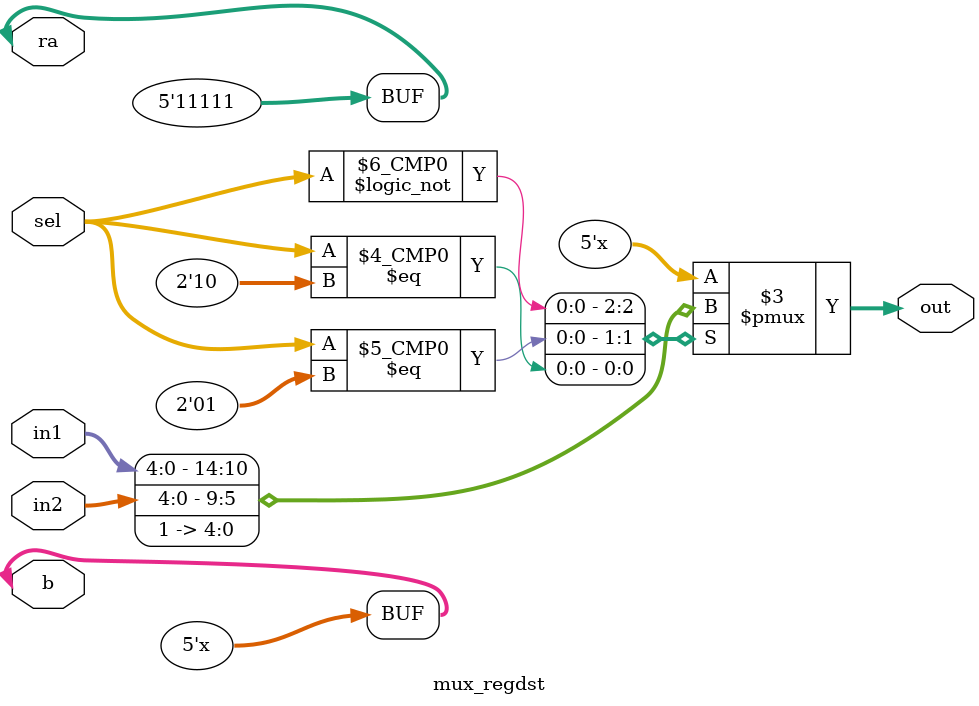
<source format=v>

module mux_regdst(in1, in2 , ra , b , sel , out);
input [4:0] in1, in2 ,ra , b ;
input [1:0] sel;
output reg [4:0]  out ;
assign #5  ra = 5'b11111 ;
assign #5 b = 5'bxxxxx ;
always @ (in1, in2, sel)
begin 
case(sel)  
2'b00 : #5 out = in1 ;
2'b01 : #5 out = in2 ;
2'b10 : #5 out = ra ;
2'b11 : #5 out = b ; 
endcase
end 
endmodule 


</source>
